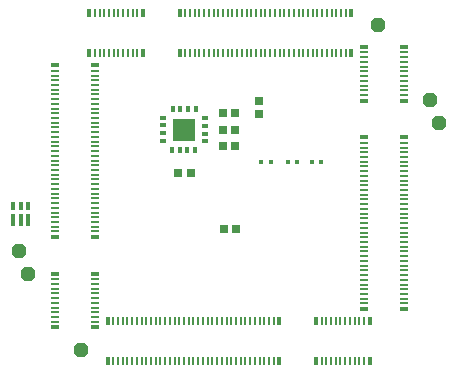
<source format=gtl>
G75*
%MOIN*%
%OFA0B0*%
%FSLAX24Y24*%
%IPPOS*%
%LPD*%
%AMOC8*
5,1,8,0,0,1.08239X$1,22.5*
%
%ADD10R,0.0270X0.0300*%
%ADD11OC8,0.0480*%
%ADD12R,0.0150X0.0300*%
%ADD13R,0.0150X0.0400*%
%ADD14R,0.0260X0.0091*%
%ADD15R,0.0260X0.0138*%
%ADD16R,0.0091X0.0260*%
%ADD17R,0.0138X0.0260*%
%ADD18R,0.0170X0.0170*%
%ADD19R,0.0768X0.0768*%
%ADD20R,0.0240X0.0120*%
%ADD21R,0.0120X0.0240*%
%ADD22R,0.0300X0.0270*%
D10*
X007712Y006522D03*
X008132Y006522D03*
X006612Y008362D03*
X006192Y008362D03*
X007672Y009282D03*
X008092Y009282D03*
X008092Y009822D03*
X007672Y009822D03*
X007672Y010362D03*
X008092Y010362D03*
D11*
X002962Y002482D03*
X001202Y005002D03*
X000902Y005762D03*
X012842Y013322D03*
X014602Y010802D03*
X014902Y010042D03*
D12*
X001192Y007262D03*
X000942Y007262D03*
X000692Y007262D03*
D13*
X000692Y006812D03*
X000942Y006812D03*
X001192Y006812D03*
D14*
X002099Y006740D03*
X002099Y006897D03*
X002099Y007055D03*
X002099Y007212D03*
X002099Y007370D03*
X002099Y007527D03*
X002099Y007685D03*
X002099Y007842D03*
X002099Y008000D03*
X002099Y008157D03*
X002099Y008315D03*
X002099Y008472D03*
X002099Y008630D03*
X002099Y008787D03*
X002099Y008944D03*
X002099Y009102D03*
X002099Y009259D03*
X002099Y009417D03*
X002099Y009574D03*
X002099Y009732D03*
X002099Y009889D03*
X002099Y010047D03*
X002099Y010204D03*
X002099Y010362D03*
X002099Y010519D03*
X002099Y010677D03*
X002099Y010834D03*
X002099Y010992D03*
X002099Y011149D03*
X002099Y011307D03*
X002099Y011464D03*
X002099Y011622D03*
X002099Y011779D03*
X003425Y011779D03*
X003425Y011622D03*
X003425Y011464D03*
X003425Y011307D03*
X003425Y011149D03*
X003425Y010992D03*
X003425Y010834D03*
X003425Y010677D03*
X003425Y010519D03*
X003425Y010362D03*
X003425Y010204D03*
X003425Y010047D03*
X003425Y009889D03*
X003425Y009732D03*
X003425Y009574D03*
X003425Y009417D03*
X003425Y009259D03*
X003425Y009102D03*
X003425Y008944D03*
X003425Y008787D03*
X003425Y008630D03*
X003425Y008472D03*
X003425Y008315D03*
X003425Y008157D03*
X003425Y008000D03*
X003425Y007842D03*
X003425Y007685D03*
X003425Y007527D03*
X003425Y007370D03*
X003425Y007212D03*
X003425Y007055D03*
X003425Y006897D03*
X003425Y006740D03*
X003425Y006582D03*
X003425Y006425D03*
X002099Y006425D03*
X002099Y006582D03*
X002099Y004831D03*
X002099Y004673D03*
X002099Y004516D03*
X002099Y004358D03*
X002099Y004201D03*
X002099Y004043D03*
X002099Y003886D03*
X002099Y003728D03*
X002099Y003571D03*
X002099Y003413D03*
X003425Y003413D03*
X003425Y003571D03*
X003425Y003728D03*
X003425Y003886D03*
X003425Y004043D03*
X003425Y004201D03*
X003425Y004358D03*
X003425Y004516D03*
X003425Y004673D03*
X003425Y004831D03*
X012379Y004812D03*
X012379Y004655D03*
X012379Y004497D03*
X012379Y004340D03*
X012379Y004182D03*
X012379Y004025D03*
X012379Y004970D03*
X012379Y005127D03*
X012379Y005285D03*
X012379Y005442D03*
X012379Y005600D03*
X012379Y005757D03*
X012379Y005915D03*
X012379Y006072D03*
X012379Y006230D03*
X012379Y006387D03*
X012379Y006544D03*
X012379Y006702D03*
X012379Y006859D03*
X012379Y007017D03*
X012379Y007174D03*
X012379Y007332D03*
X012379Y007489D03*
X012379Y007647D03*
X012379Y007804D03*
X012379Y007962D03*
X012379Y008119D03*
X012379Y008277D03*
X012379Y008434D03*
X012379Y008592D03*
X012379Y008749D03*
X012379Y008907D03*
X012379Y009064D03*
X012379Y009222D03*
X012379Y009379D03*
X013705Y009379D03*
X013705Y009222D03*
X013705Y009064D03*
X013705Y008907D03*
X013705Y008749D03*
X013705Y008592D03*
X013705Y008434D03*
X013705Y008277D03*
X013705Y008119D03*
X013705Y007962D03*
X013705Y007804D03*
X013705Y007647D03*
X013705Y007489D03*
X013705Y007332D03*
X013705Y007174D03*
X013705Y007017D03*
X013705Y006859D03*
X013705Y006702D03*
X013705Y006544D03*
X013705Y006387D03*
X013705Y006230D03*
X013705Y006072D03*
X013705Y005915D03*
X013705Y005757D03*
X013705Y005600D03*
X013705Y005442D03*
X013705Y005285D03*
X013705Y005127D03*
X013705Y004970D03*
X013705Y004812D03*
X013705Y004655D03*
X013705Y004497D03*
X013705Y004340D03*
X013705Y004182D03*
X013705Y004025D03*
X013705Y010973D03*
X013705Y011131D03*
X013705Y011288D03*
X013705Y011446D03*
X013705Y011603D03*
X013705Y011761D03*
X013705Y011918D03*
X013705Y012076D03*
X013705Y012233D03*
X013705Y012391D03*
X012379Y012391D03*
X012379Y012233D03*
X012379Y012076D03*
X012379Y011918D03*
X012379Y011761D03*
X012379Y011603D03*
X012379Y011446D03*
X012379Y011288D03*
X012379Y011131D03*
X012379Y010973D03*
D15*
X012379Y010786D03*
X012379Y009566D03*
X013705Y009566D03*
X013705Y010786D03*
X013705Y012578D03*
X012379Y012578D03*
X012379Y003838D03*
X013705Y003838D03*
X003425Y003226D03*
X002099Y003226D03*
X002099Y005018D03*
X002099Y006238D03*
X003425Y006238D03*
X003425Y005018D03*
X003425Y011966D03*
X002099Y011966D03*
D16*
X003413Y012379D03*
X003571Y012379D03*
X003728Y012379D03*
X003886Y012379D03*
X004043Y012379D03*
X004201Y012379D03*
X004358Y012379D03*
X004516Y012379D03*
X004673Y012379D03*
X004831Y012379D03*
X004831Y013705D03*
X004673Y013705D03*
X004516Y013705D03*
X004358Y013705D03*
X004201Y013705D03*
X004043Y013705D03*
X003886Y013705D03*
X003728Y013705D03*
X003571Y013705D03*
X003413Y013705D03*
X006425Y013705D03*
X006582Y013705D03*
X006740Y013705D03*
X006897Y013705D03*
X007055Y013705D03*
X007212Y013705D03*
X007370Y013705D03*
X007527Y013705D03*
X007685Y013705D03*
X007842Y013705D03*
X008000Y013705D03*
X008157Y013705D03*
X008315Y013705D03*
X008472Y013705D03*
X008630Y013705D03*
X008787Y013705D03*
X008944Y013705D03*
X009102Y013705D03*
X009259Y013705D03*
X009417Y013705D03*
X009574Y013705D03*
X009732Y013705D03*
X009889Y013705D03*
X010047Y013705D03*
X010204Y013705D03*
X010362Y013705D03*
X010519Y013705D03*
X010677Y013705D03*
X010834Y013705D03*
X010992Y013705D03*
X011149Y013705D03*
X011307Y013705D03*
X011464Y013705D03*
X011622Y013705D03*
X011779Y013705D03*
X011779Y012379D03*
X011622Y012379D03*
X011464Y012379D03*
X011307Y012379D03*
X011149Y012379D03*
X010992Y012379D03*
X010834Y012379D03*
X010677Y012379D03*
X010519Y012379D03*
X010362Y012379D03*
X010204Y012379D03*
X010047Y012379D03*
X009889Y012379D03*
X009732Y012379D03*
X009574Y012379D03*
X009417Y012379D03*
X009259Y012379D03*
X009102Y012379D03*
X008944Y012379D03*
X008787Y012379D03*
X008630Y012379D03*
X008472Y012379D03*
X008315Y012379D03*
X008157Y012379D03*
X008000Y012379D03*
X007842Y012379D03*
X007685Y012379D03*
X007527Y012379D03*
X007370Y012379D03*
X007212Y012379D03*
X007055Y012379D03*
X006897Y012379D03*
X006740Y012379D03*
X006582Y012379D03*
X006425Y012379D03*
X006387Y003425D03*
X006230Y003425D03*
X006072Y003425D03*
X005915Y003425D03*
X005757Y003425D03*
X005600Y003425D03*
X005442Y003425D03*
X005285Y003425D03*
X005127Y003425D03*
X004970Y003425D03*
X004812Y003425D03*
X004655Y003425D03*
X004497Y003425D03*
X004340Y003425D03*
X004182Y003425D03*
X004025Y003425D03*
X004025Y002099D03*
X004182Y002099D03*
X004340Y002099D03*
X004497Y002099D03*
X004655Y002099D03*
X004812Y002099D03*
X004970Y002099D03*
X005127Y002099D03*
X005285Y002099D03*
X005442Y002099D03*
X005600Y002099D03*
X005757Y002099D03*
X005915Y002099D03*
X006072Y002099D03*
X006230Y002099D03*
X006387Y002099D03*
X006544Y002099D03*
X006702Y002099D03*
X006859Y002099D03*
X007017Y002099D03*
X007174Y002099D03*
X007332Y002099D03*
X007489Y002099D03*
X007647Y002099D03*
X007804Y002099D03*
X007962Y002099D03*
X008119Y002099D03*
X008277Y002099D03*
X008434Y002099D03*
X008592Y002099D03*
X008749Y002099D03*
X008907Y002099D03*
X009064Y002099D03*
X009222Y002099D03*
X009379Y002099D03*
X009379Y003425D03*
X009222Y003425D03*
X009064Y003425D03*
X008907Y003425D03*
X008749Y003425D03*
X008592Y003425D03*
X008434Y003425D03*
X008277Y003425D03*
X008119Y003425D03*
X007962Y003425D03*
X007804Y003425D03*
X007647Y003425D03*
X007489Y003425D03*
X007332Y003425D03*
X007174Y003425D03*
X007017Y003425D03*
X006859Y003425D03*
X006702Y003425D03*
X006544Y003425D03*
X010973Y003425D03*
X011131Y003425D03*
X011288Y003425D03*
X011446Y003425D03*
X011603Y003425D03*
X011761Y003425D03*
X011918Y003425D03*
X012076Y003425D03*
X012233Y003425D03*
X012391Y003425D03*
X012391Y002099D03*
X012233Y002099D03*
X012076Y002099D03*
X011918Y002099D03*
X011761Y002099D03*
X011603Y002099D03*
X011446Y002099D03*
X011288Y002099D03*
X011131Y002099D03*
X010973Y002099D03*
D17*
X010786Y002099D03*
X009566Y002099D03*
X009566Y003425D03*
X010786Y003425D03*
X012578Y003425D03*
X012578Y002099D03*
X003838Y002099D03*
X003838Y003425D03*
X003226Y012379D03*
X003226Y013705D03*
X005018Y013705D03*
X006238Y013705D03*
X006238Y012379D03*
X005018Y012379D03*
X011966Y012379D03*
X011966Y013705D03*
D18*
X010957Y008742D03*
X010647Y008742D03*
X010157Y008742D03*
X009847Y008742D03*
X009277Y008742D03*
X008967Y008742D03*
D19*
X006382Y009822D03*
D20*
X007081Y009940D03*
X007081Y009684D03*
X007081Y009428D03*
X007081Y010196D03*
X005683Y010216D03*
X005683Y009960D03*
X005683Y009704D03*
X005683Y009448D03*
D21*
X005988Y009123D03*
X006244Y009123D03*
X006500Y009123D03*
X006756Y009123D03*
X006776Y010521D03*
X006520Y010521D03*
X006264Y010521D03*
X006008Y010521D03*
D22*
X008902Y010352D03*
X008902Y010772D03*
M02*

</source>
